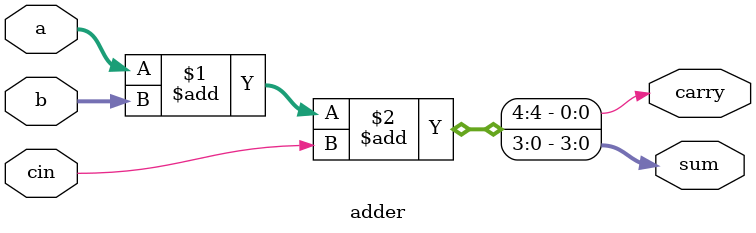
<source format=v>
module adder(sum,carry,a,b,cin);
input [3:0] a,b; 
input cin;
output carry; 
output [3:0] sum;
assign{carry,sum}=a+b+cin;
endmodule

</source>
